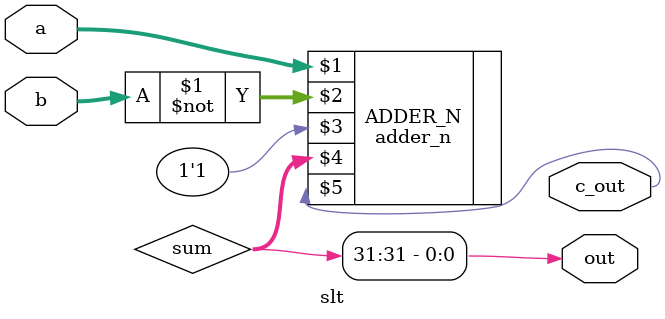
<source format=sv>
module slt(a, b, c_out, out);
parameter N = 32;
input wire signed [N-1:0] a, b;
output logic c_out;
output logic out;

logic [N-1:0] sum;


// Using only *structural* combinational logic, make a module that computes if a is less than b!
// Note: this assumes that the two inputs are signed: aka should be interpreted as two's complement.

// Copy any other modules you use into this folder and update the Makefile accordingly.
adder_n ADDER_N (a, ~b, 1'b1, sum, c_out); // Subtractor

always_comb begin : subtract
    out = sum[N-1];
end

endmodule
</source>
